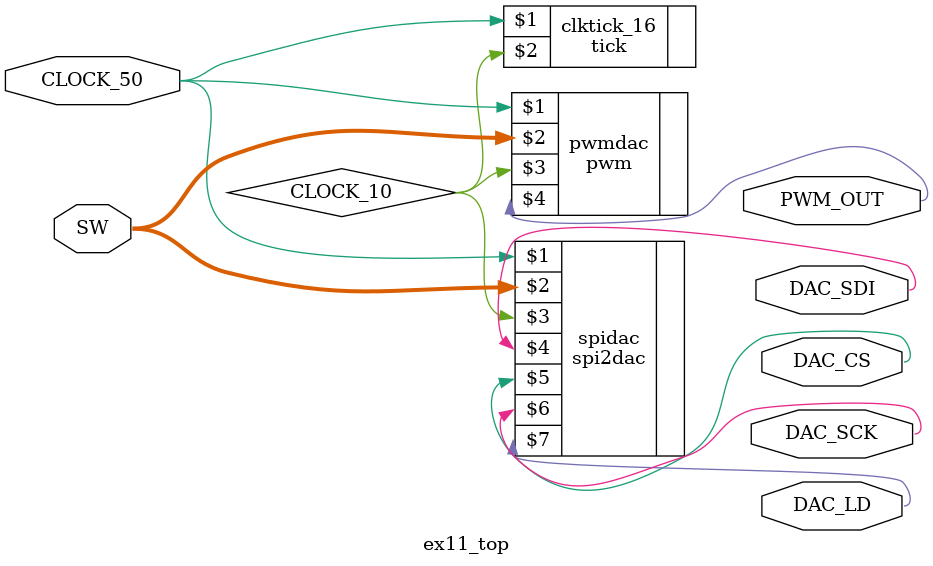
<source format=v>
module ex11_top(
	SW,
	CLOCK_50,
	DAC_CS,
	DAC_SDI,
	DAC_LD,
	DAC_SCK,
	PWM_OUT
);

input [9:0] SW;
input CLOCK_50;

output DAC_CS;
output DAC_SDI;
output DAC_LD;
output DAC_SCK;
output PWM_OUT;

wire CLOCK_10;

tick clktick_16(CLOCK_50, CLOCK_10);

spi2dac spidac (CLOCK_50, SW, CLOCK_10, DAC_SDI, DAC_CS, DAC_SCK, DAC_LD);
 
pwm pwmdac(CLOCK_50, SW, CLOCK_10, PWM_OUT);

endmodule
</source>
